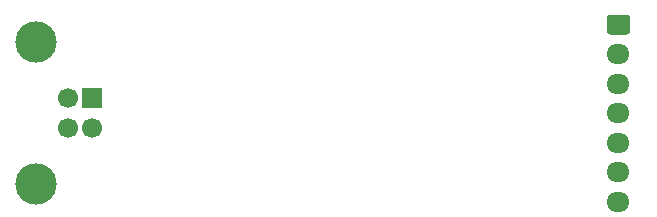
<source format=gbr>
G04 #@! TF.GenerationSoftware,KiCad,Pcbnew,(5.1.7)-1*
G04 #@! TF.CreationDate,2020-10-20T19:41:26+02:00*
G04 #@! TF.ProjectId,EQMOD_DIRECT_Isolated,45514d4f-445f-4444-9952-4543545f4973,rev?*
G04 #@! TF.SameCoordinates,Original*
G04 #@! TF.FileFunction,Soldermask,Bot*
G04 #@! TF.FilePolarity,Negative*
%FSLAX46Y46*%
G04 Gerber Fmt 4.6, Leading zero omitted, Abs format (unit mm)*
G04 Created by KiCad (PCBNEW (5.1.7)-1) date 2020-10-20 19:41:26*
%MOMM*%
%LPD*%
G01*
G04 APERTURE LIST*
%ADD10O,1.950000X1.700000*%
%ADD11R,1.700000X1.700000*%
%ADD12C,1.700000*%
%ADD13C,3.500000*%
G04 APERTURE END LIST*
D10*
X144907000Y-107837000D03*
X144907000Y-105337000D03*
X144907000Y-102837000D03*
X144907000Y-100337000D03*
X144907000Y-97837000D03*
X144907000Y-95337000D03*
G36*
G01*
X144182000Y-91987000D02*
X145632000Y-91987000D01*
G75*
G02*
X145882000Y-92237000I0J-250000D01*
G01*
X145882000Y-93437000D01*
G75*
G02*
X145632000Y-93687000I-250000J0D01*
G01*
X144182000Y-93687000D01*
G75*
G02*
X143932000Y-93437000I0J250000D01*
G01*
X143932000Y-92237000D01*
G75*
G02*
X144182000Y-91987000I250000J0D01*
G01*
G37*
D11*
X100330000Y-99060000D03*
D12*
X100330000Y-101560000D03*
X98330000Y-101560000D03*
X98330000Y-99060000D03*
D13*
X95620000Y-94290000D03*
X95620000Y-106330000D03*
M02*

</source>
